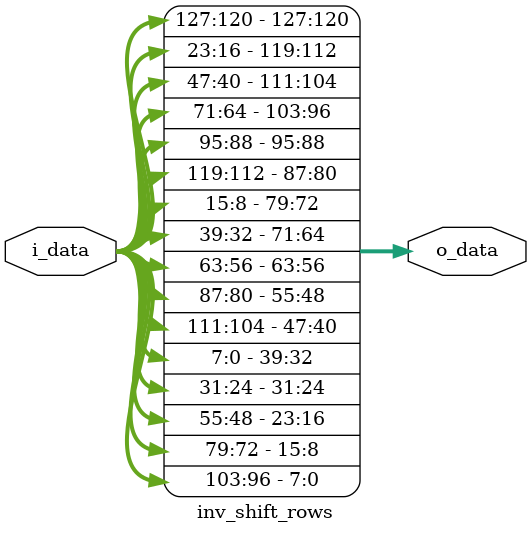
<source format=sv>

module inv_shift_rows
  (
   input wire [127:0] i_data,
   output reg [127:0] o_data
   );

   assign o_data = {i_data[127:120], i_data[23:16], i_data[47:40], i_data[71:64],
    i_data[95:88],i_data[119:112], i_data[15:8],i_data[39:32], 
    i_data[63:56], i_data[87:80], i_data[111:104], i_data[7:0], 
    i_data[31:24], i_data[55:48], i_data[79:72], i_data[103:96]};

endmodule


</source>
